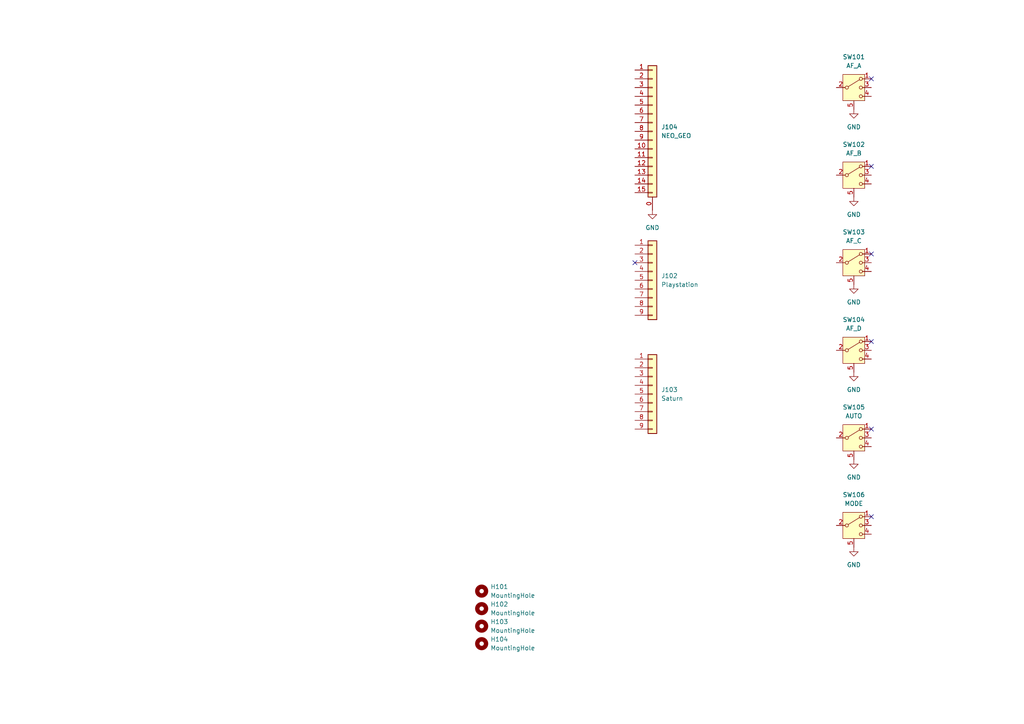
<source format=kicad_sch>
(kicad_sch (version 20231120) (generator "eeschema") (generator_version "8.0")
  (paper "A4")
  (lib_symbols
    (symbol "C&K_SP3T_Slide_Switch_OS103011MS8QP1:C&K_OS103011MS8QP1" (pin_names (offset 0) hide)
      (property "Reference" "SW101" (at 0 8.89 0))
      (property "Value" "AF_A" (at 0 6.35 0))
      (symbol "C&K_OS103011MS8QP1_0_1"
        (circle (center -2.032 0) (radius 0.4572))
        (polyline (pts (xy -1.651 0.254) (xy 1.651 2.286)))
        (circle (center 2.032 -2.54) (radius 0.4572))
        (circle (center 2.032 0) (radius 0.4572))
        (circle (center 2.032 2.54) (radius 0.4572))
      )
      (symbol "C&K_OS103011MS8QP1_1_1"
        (rectangle (start -3.175 3.81) (end 3.175 -3.81) (fill (type background)))
        (pin passive line (at 5.08 2.54 180) (length 2.54) (name "1") (number "1"))
        (pin passive line (at -5.08 0 0) (length 2.54) (name "2") (number "2"))
        (pin passive line (at 5.08 0 180) (length 2.54) (name "3") (number "3"))
        (pin passive line (at 5.08 -2.54 180) (length 2.54) (name "4") (number "4"))
        (pin passive line (at 0 -6.35 90) (length 2.54) (name "Shell") (number "5"))
      )
    )
    (symbol "Connector_Generic:Conn_01x09" (pin_names (offset 1.016) hide)
      (property "Reference" "J" (at 0 12.7 0))
      (property "Value" "Conn_01x09" (at 0 -12.7 0))
      (symbol "Conn_01x09_1_1"
        (rectangle (start -1.27 -10.033) (end 0 -10.287) (stroke (width 0.1524)))
        (rectangle (start -1.27 -7.493) (end 0 -7.747) (stroke (width 0.1524)))
        (rectangle (start -1.27 -4.953) (end 0 -5.207) (stroke (width 0.1524)))
        (rectangle (start -1.27 -2.413) (end 0 -2.667) (stroke (width 0.1524)))
        (rectangle (start -1.27 0.127) (end 0 -0.127) (stroke (width 0.1524)))
        (rectangle (start -1.27 2.667) (end 0 2.413) (stroke (width 0.1524)))
        (rectangle (start -1.27 5.207) (end 0 4.953) (stroke (width 0.1524)))
        (rectangle (start -1.27 7.747) (end 0 7.493) (stroke (width 0.1524)))
        (rectangle (start -1.27 10.287) (end 0 10.033) (stroke (width 0.1524)))
        (rectangle (start -1.27 11.43) (end 1.27 -11.43) (stroke (width 0.254)) (fill (type background)))
        (pin passive line (at -5.08 10.16 0) (length 3.81) (name "Pin_1") (number "1"))
        (pin passive line (at -5.08 7.62 0) (length 3.81) (name "Pin_2") (number "2"))
        (pin passive line (at -5.08 5.08 0) (length 3.81) (name "Pin_3") (number "3"))
        (pin passive line (at -5.08 2.54 0) (length 3.81) (name "Pin_4") (number "4"))
        (pin passive line (at -5.08 0 0) (length 3.81) (name "Pin_5") (number "5"))
        (pin passive line (at -5.08 -2.54 0) (length 3.81) (name "Pin_6") (number "6"))
        (pin passive line (at -5.08 -5.08 0) (length 3.81) (name "Pin_7") (number "7"))
        (pin passive line (at -5.08 -7.62 0) (length 3.81) (name "Pin_8") (number "8"))
        (pin passive line (at -5.08 -10.16 0) (length 3.81) (name "Pin_9") (number "9"))
      )
    )
    (symbol "Connector_Generic:Conn_01x15" (pin_names (offset 1.016) hide)
      (property "Reference" "J104" (at 2.54 1.27 0))
      (property "Value" "NEO_GEO" (at 2.54 -1.27 0))
      (symbol "Conn_01x15_1_1"
        (rectangle (start -1.27 -17.653) (end 0 -17.907) (stroke (width 0.1524)))
        (rectangle (start -1.27 -15.113) (end 0 -15.367) (stroke (width 0.1524)))
        (rectangle (start -1.27 -12.573) (end 0 -12.827) (stroke (width 0.1524)))
        (rectangle (start -1.27 -10.033) (end 0 -10.287) (stroke (width 0.1524)))
        (rectangle (start -1.27 -7.493) (end 0 -7.747) (stroke (width 0.1524)))
        (rectangle (start -1.27 -4.953) (end 0 -5.207) (stroke (width 0.1524)))
        (rectangle (start -1.27 -2.413) (end 0 -2.667) (stroke (width 0.1524)))
        (rectangle (start -1.27 0.127) (end 0 -0.127) (stroke (width 0.1524)))
        (rectangle (start -1.27 2.667) (end 0 2.413) (stroke (width 0.1524)))
        (rectangle (start -1.27 5.207) (end 0 4.953) (stroke (width 0.1524)))
        (rectangle (start -1.27 7.747) (end 0 7.493) (stroke (width 0.1524)))
        (rectangle (start -1.27 10.287) (end 0 10.033) (stroke (width 0.1524)))
        (rectangle (start -1.27 12.827) (end 0 12.573) (stroke (width 0.1524)))
        (rectangle (start -1.27 15.367) (end 0 15.113) (stroke (width 0.1524)))
        (rectangle (start -1.27 17.907) (end 0 17.653) (stroke (width 0.1524)))
        (rectangle (start -1.27 19.05) (end 1.27 -19.05) (stroke (width 0.254)) (fill (type background)))
        (pin passive line (at 0 -22.86 90) (length 3.81) (name "Shell") (number "0"))
        (pin passive line (at -5.08 17.78 0) (length 3.81) (name "Pin_1") (number "1"))
        (pin passive line (at -5.08 -5.08 0) (length 3.81) (name "Pin_10") (number "10"))
        (pin passive line (at -5.08 -7.62 0) (length 3.81) (name "Pin_11") (number "11"))
        (pin passive line (at -5.08 -10.16 0) (length 3.81) (name "Pin_12") (number "12"))
        (pin passive line (at -5.08 -12.7 0) (length 3.81) (name "Pin_13") (number "13"))
        (pin passive line (at -5.08 -15.24 0) (length 3.81) (name "Pin_14") (number "14"))
        (pin passive line (at -5.08 -17.78 0) (length 3.81) (name "Pin_15") (number "15"))
        (pin passive line (at -5.08 15.24 0) (length 3.81) (name "Pin_2") (number "2"))
        (pin passive line (at -5.08 12.7 0) (length 3.81) (name "Pin_3") (number "3"))
        (pin passive line (at -5.08 10.16 0) (length 3.81) (name "Pin_4") (number "4"))
        (pin passive line (at -5.08 7.62 0) (length 3.81) (name "Pin_5") (number "5"))
        (pin passive line (at -5.08 5.08 0) (length 3.81) (name "Pin_6") (number "6"))
        (pin passive line (at -5.08 2.54 0) (length 3.81) (name "Pin_7") (number "7"))
        (pin passive line (at -5.08 0 0) (length 3.81) (name "Pin_8") (number "8"))
        (pin passive line (at -5.08 -2.54 0) (length 3.81) (name "Pin_9") (number "9"))
      )
    )
    (symbol "Mechanical:MountingHole" (pin_names (offset 1.016))
      (property "Reference" "H" (at 0 5.08 0))
      (property "Value" "MountingHole" (at 0 3.175 0))
      (symbol "MountingHole_0_1"
        (circle (center 0 0) (radius 1.27) (stroke (width 1.27)))
      )
    )
    (symbol "power:GND" (power) (pin_names (offset 0))
      (property "Value" "GND" (at 0 -3.81 0))
      (symbol "GND_0_1"
        (polyline (pts (xy 0 0) (xy 0 -1.27) (xy 1.27 -1.27) (xy 0 -2.54) (xy -1.27 -1.27) (xy 0 -1.27)))
      )
      (symbol "GND_1_1"
        (pin power_in line (at 0 0 270) (length 0) hide (name "GND") (number "1"))
      )
    )
  )
  (no_connect (at 252.73 73.66))
  (no_connect (at 252.73 99.06))
  (no_connect (at 184.15 76.2))
  (no_connect (at 252.73 22.86))
  (no_connect (at 252.73 48.26))
  (no_connect (at 252.73 124.46))
  (no_connect (at 252.73 149.86))
  (symbol (lib_id "Mechanical:MountingHole") (at 139.7 171.45 0) (unit 1) (in_bom no)
    (property "Reference" "H101" (at 142.24 170.18 0) (effects (justify left)))
    (property "Value" "MountingHole" (at 142.24 172.72 0) (effects (justify left)))
    (property "Footprint" "MountingHole:MountingHole_3.2mm_M3" (effects (hide yes)))
  )
  (symbol (lib_id "Connector_Generic:Conn_01x15") (at 189.23 38.1 0) (unit 1)
    (property "Reference" "J104" (at 191.77 36.83 0) (effects (justify left)))
    (property "Value" "NEO_GEO" (at 191.77 39.37 0) (effects (justify left)))
    (property "Footprint" "Connector_Dsub:DSUB-15_Female_Horizontal_P2.77x2.84mm_EdgePinOffset7.70mm_Housed_MountingHolesOffset9.12mm" (effects (hide yes)))
    (property "MPN" "Amphenol L77SDA15SA4CH4F" (effects (hide yes)))
  )
  (symbol (lib_id "power:GND") (at 247.65 107.95 0) (unit 1)
    (property "Reference" "#PWR0121" (effects (hide yes)))
    (property "Value" "GND" (at 247.65 113.03 0))
  )
  (symbol (lib_id "C&K_SP3T_Slide_Switch_OS103011MS8QP1:C&K_OS103011MS8QP1") (at 247.65 25.4 0) (unit 1)
    (property "Reference" "SW101" (at 247.65 16.51 0))
    (property "Value" "AF_A" (at 247.65 19.05 0))
    (property "Footprint" "Slide_Switch_TH:XKB_SS13D75" (effects (hide yes)))
    (property "Datasheet" "https://www.ckswitches.com/media/1428/os.pdf" (effects (hide yes)))
  )
  (symbol (lib_id "C&K_SP3T_Slide_Switch_OS103011MS8QP1:C&K_OS103011MS8QP1") (at 247.65 50.8 0) (unit 1)
    (property "Reference" "SW102" (at 247.65 41.91 0))
    (property "Value" "AF_B" (at 247.65 44.45 0))
    (property "Footprint" "Slide_Switch_TH:XKB_SS13D75" (effects (hide yes)))
    (property "Datasheet" "https://www.ckswitches.com/media/1428/os.pdf" (effects (hide yes)))
  )
  (symbol (lib_id "power:GND") (at 247.65 31.75 0) (unit 1)
    (property "Reference" "#PWR0118" (effects (hide yes)))
    (property "Value" "GND" (at 247.65 36.83 0))
  )
  (symbol (lib_id "Connector_Generic:Conn_01x09") (at 189.23 81.28 0) (unit 1)
    (property "Reference" "J102" (at 191.77 80.01 0) (effects (justify left)))
    (property "Value" "Playstation" (at 191.77 82.55 0) (effects (justify left)))
    (property "Footprint" "Retro_Game_Connectors_3rd_Party:Sony_Playstation" (effects (hide yes)))
  )
  (symbol (lib_id "C&K_SP3T_Slide_Switch_OS103011MS8QP1:C&K_OS103011MS8QP1") (at 247.65 101.6 0) (unit 1)
    (property "Reference" "SW104" (at 247.65 92.71 0))
    (property "Value" "AF_D" (at 247.65 95.25 0))
    (property "Footprint" "Slide_Switch_TH:XKB_SS13D75" (effects (hide yes)))
    (property "Datasheet" "https://www.ckswitches.com/media/1428/os.pdf" (effects (hide yes)))
  )
  (symbol (lib_id "Connector_Generic:Conn_01x09") (at 189.23 114.3 0) (unit 1)
    (property "Reference" "J103" (at 191.77 113.03 0) (effects (justify left)))
    (property "Value" "Saturn" (at 191.77 115.57 0) (effects (justify left)))
    (property "Footprint" "Retro_Game_Connectors_3rd_Party:Sega_Saturn" (effects (hide yes)))
  )
  (symbol (lib_id "power:GND") (at 247.65 82.55 0) (unit 1)
    (property "Reference" "#PWR0120" (effects (hide yes)))
    (property "Value" "GND" (at 247.65 87.63 0))
  )
  (symbol (lib_id "Mechanical:MountingHole") (at 139.7 176.53 0) (unit 1) (in_bom no)
    (property "Reference" "H102" (at 142.24 175.26 0) (effects (justify left)))
    (property "Value" "MountingHole" (at 142.24 177.8 0) (effects (justify left)))
    (property "Footprint" "MountingHole:MountingHole_3.2mm_M3" (effects (hide yes)))
  )
  (symbol (lib_id "C&K_SP3T_Slide_Switch_OS103011MS8QP1:C&K_OS103011MS8QP1") (at 247.65 127 0) (unit 1)
    (property "Reference" "SW105" (at 247.65 118.11 0))
    (property "Value" "AUTO" (at 247.65 120.65 0))
    (property "Footprint" "Slide_Switch_TH:XKB_SS13D75" (effects (hide yes)))
    (property "Datasheet" "https://www.ckswitches.com/media/1428/os.pdf" (effects (hide yes)))
  )
  (symbol (lib_id "C&K_SP3T_Slide_Switch_OS103011MS8QP1:C&K_OS103011MS8QP1") (at 247.65 152.4 0) (unit 1)
    (property "Reference" "SW106" (at 247.65 143.51 0))
    (property "Value" "MODE" (at 247.65 146.05 0))
    (property "Footprint" "Slide_Switch_TH:XKB_SS13D75" (effects (hide yes)))
    (property "Datasheet" "https://www.ckswitches.com/media/1428/os.pdf" (effects (hide yes)))
  )
  (symbol (lib_id "Mechanical:MountingHole") (at 139.7 186.69 0) (unit 1) (in_bom no)
    (property "Reference" "H104" (at 142.24 185.42 0) (effects (justify left)))
    (property "Value" "MountingHole" (at 142.24 187.96 0) (effects (justify left)))
    (property "Footprint" "MountingHole:MountingHole_3.2mm_M3" (effects (hide yes)))
  )
  (symbol (lib_id "C&K_SP3T_Slide_Switch_OS103011MS8QP1:C&K_OS103011MS8QP1") (at 247.65 76.2 0) (unit 1)
    (property "Reference" "SW103" (at 247.65 67.31 0))
    (property "Value" "AF_C" (at 247.65 69.85 0))
    (property "Footprint" "Slide_Switch_TH:XKB_SS13D75" (effects (hide yes)))
    (property "Datasheet" "https://www.ckswitches.com/media/1428/os.pdf" (effects (hide yes)))
  )
  (symbol (lib_id "power:GND") (at 247.65 158.75 0) (unit 1)
    (property "Reference" "#PWR0124" (effects (hide yes)))
    (property "Value" "GND" (at 247.65 163.83 0))
  )
  (symbol (lib_id "power:GND") (at 189.23 60.96 0) (unit 1)
    (property "Reference" "#PWR0136" (effects (hide yes)))
    (property "Value" "GND" (at 189.23 66.04 0))
  )
  (symbol (lib_id "power:GND") (at 247.65 57.15 0) (unit 1)
    (property "Reference" "#PWR0119" (effects (hide yes)))
    (property "Value" "GND" (at 247.65 62.23 0))
  )
  (symbol (lib_id "power:GND") (at 247.65 133.35 0) (unit 1)
    (property "Reference" "#PWR0122" (effects (hide yes)))
    (property "Value" "GND" (at 247.65 138.43 0))
  )
  (symbol (lib_id "Mechanical:MountingHole") (at 139.7 181.61 0) (unit 1) (in_bom no)
    (property "Reference" "H103" (at 142.24 180.34 0) (effects (justify left)))
    (property "Value" "MountingHole" (at 142.24 182.88 0) (effects (justify left)))
    (property "Footprint" "MountingHole:MountingHole_3.2mm_M3" (effects (hide yes)))
  )
)
</source>
